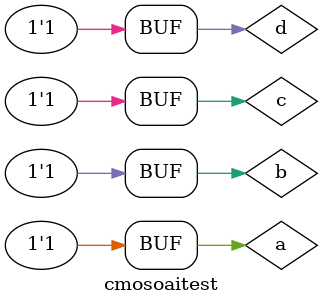
<source format=v>
`timescale 1ns / 1ps


module cmosoaitest;

	// Inputs
	reg a;
	reg b;
	reg c;
	reg d;

	// Outputs
	wire f53;

	// Instantiate the Unit Under Test (UUT)
	cmosoai uut (
		.a(a), 
		.b(b), 
		.c(c), 
		.d(d), 
		.f53(f53)
	);

	initial begin
		// Initialize Inputs
			 a = 0;b = 0;c = 0;d = 0;
		#10;a = 0;b = 0;c = 0;d = 1;
		#10;a = 0;b = 0;c = 1;d = 0;
		#10;a = 0;b = 0;c = 1;d = 1;
		#10;a = 0;b = 1;c = 0;d = 0;
		#10;a = 0;b = 1;c = 0;d = 1;
		#10;a = 0;b = 1;c = 1;d = 0;
		#10;a = 0;b = 1;c = 1;d = 1;
		#10;a = 1;b = 0;c = 0;d = 0;
		#10;a = 1;b = 0;c = 0;d = 1;
		#10;a = 1;b = 0;c = 1;d = 0;
		#10;a = 1;b = 0;c = 1;d = 1;
		#10;a = 1;b = 1;c = 0;d = 0;
		#10;a = 1;b = 1;c = 0;d = 1;
		#10;a = 1;b = 1;c = 1;d = 0;
		#10;a = 1;b = 1;c = 1;d = 1;





	end
      
endmodule


</source>
